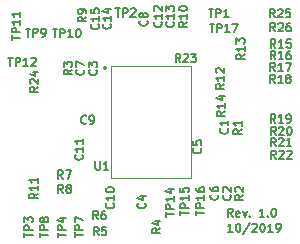
<source format=gbr>
G04 #@! TF.GenerationSoftware,KiCad,Pcbnew,5.0.2+dfsg1-1~bpo9+1*
G04 #@! TF.CreationDate,2019-10-23T11:11:52+02:00*
G04 #@! TF.ProjectId,zglue-dragon-adapter,7a676c75-652d-4647-9261-676f6e2d6164,rev?*
G04 #@! TF.SameCoordinates,Original*
G04 #@! TF.FileFunction,Legend,Top*
G04 #@! TF.FilePolarity,Positive*
%FSLAX46Y46*%
G04 Gerber Fmt 4.6, Leading zero omitted, Abs format (unit mm)*
G04 Created by KiCad (PCBNEW 5.0.2+dfsg1-1~bpo9+1) date Wed 23 Oct 2019 11:11:52 AM CEST*
%MOMM*%
%LPD*%
G01*
G04 APERTURE LIST*
%ADD10C,0.150000*%
%ADD11C,0.200000*%
%ADD12C,0.100000*%
G04 APERTURE END LIST*
D10*
X19406666Y-19286666D02*
X19006666Y-19286666D01*
X19206666Y-19286666D02*
X19206666Y-18586666D01*
X19140000Y-18686666D01*
X19073333Y-18753333D01*
X19006666Y-18786666D01*
X19840000Y-18586666D02*
X19906666Y-18586666D01*
X19973333Y-18620000D01*
X20006666Y-18653333D01*
X20040000Y-18720000D01*
X20073333Y-18853333D01*
X20073333Y-19020000D01*
X20040000Y-19153333D01*
X20006666Y-19220000D01*
X19973333Y-19253333D01*
X19906666Y-19286666D01*
X19840000Y-19286666D01*
X19773333Y-19253333D01*
X19740000Y-19220000D01*
X19706666Y-19153333D01*
X19673333Y-19020000D01*
X19673333Y-18853333D01*
X19706666Y-18720000D01*
X19740000Y-18653333D01*
X19773333Y-18620000D01*
X19840000Y-18586666D01*
X20873333Y-18553333D02*
X20273333Y-19453333D01*
X21073333Y-18653333D02*
X21106666Y-18620000D01*
X21173333Y-18586666D01*
X21340000Y-18586666D01*
X21406666Y-18620000D01*
X21440000Y-18653333D01*
X21473333Y-18720000D01*
X21473333Y-18786666D01*
X21440000Y-18886666D01*
X21040000Y-19286666D01*
X21473333Y-19286666D01*
X21906666Y-18586666D02*
X21973333Y-18586666D01*
X22040000Y-18620000D01*
X22073333Y-18653333D01*
X22106666Y-18720000D01*
X22140000Y-18853333D01*
X22140000Y-19020000D01*
X22106666Y-19153333D01*
X22073333Y-19220000D01*
X22040000Y-19253333D01*
X21973333Y-19286666D01*
X21906666Y-19286666D01*
X21840000Y-19253333D01*
X21806666Y-19220000D01*
X21773333Y-19153333D01*
X21740000Y-19020000D01*
X21740000Y-18853333D01*
X21773333Y-18720000D01*
X21806666Y-18653333D01*
X21840000Y-18620000D01*
X21906666Y-18586666D01*
X22806666Y-19286666D02*
X22406666Y-19286666D01*
X22606666Y-19286666D02*
X22606666Y-18586666D01*
X22540000Y-18686666D01*
X22473333Y-18753333D01*
X22406666Y-18786666D01*
X23140000Y-19286666D02*
X23273333Y-19286666D01*
X23340000Y-19253333D01*
X23373333Y-19220000D01*
X23440000Y-19120000D01*
X23473333Y-18986666D01*
X23473333Y-18720000D01*
X23440000Y-18653333D01*
X23406666Y-18620000D01*
X23340000Y-18586666D01*
X23206666Y-18586666D01*
X23140000Y-18620000D01*
X23106666Y-18653333D01*
X23073333Y-18720000D01*
X23073333Y-18886666D01*
X23106666Y-18953333D01*
X23140000Y-18986666D01*
X23206666Y-19020000D01*
X23340000Y-19020000D01*
X23406666Y-18986666D01*
X23440000Y-18953333D01*
X23473333Y-18886666D01*
X19423333Y-18006666D02*
X19190000Y-17673333D01*
X19023333Y-18006666D02*
X19023333Y-17306666D01*
X19290000Y-17306666D01*
X19356666Y-17340000D01*
X19390000Y-17373333D01*
X19423333Y-17440000D01*
X19423333Y-17540000D01*
X19390000Y-17606666D01*
X19356666Y-17640000D01*
X19290000Y-17673333D01*
X19023333Y-17673333D01*
X19990000Y-17973333D02*
X19923333Y-18006666D01*
X19790000Y-18006666D01*
X19723333Y-17973333D01*
X19690000Y-17906666D01*
X19690000Y-17640000D01*
X19723333Y-17573333D01*
X19790000Y-17540000D01*
X19923333Y-17540000D01*
X19990000Y-17573333D01*
X20023333Y-17640000D01*
X20023333Y-17706666D01*
X19690000Y-17773333D01*
X20256666Y-17540000D02*
X20423333Y-18006666D01*
X20590000Y-17540000D01*
X20856666Y-17940000D02*
X20890000Y-17973333D01*
X20856666Y-18006666D01*
X20823333Y-17973333D01*
X20856666Y-17940000D01*
X20856666Y-18006666D01*
X22090000Y-18006666D02*
X21690000Y-18006666D01*
X21890000Y-18006666D02*
X21890000Y-17306666D01*
X21823333Y-17406666D01*
X21756666Y-17473333D01*
X21690000Y-17506666D01*
X22390000Y-17940000D02*
X22423333Y-17973333D01*
X22390000Y-18006666D01*
X22356666Y-17973333D01*
X22390000Y-17940000D01*
X22390000Y-18006666D01*
X22856666Y-17306666D02*
X22923333Y-17306666D01*
X22990000Y-17340000D01*
X23023333Y-17373333D01*
X23056666Y-17440000D01*
X23090000Y-17573333D01*
X23090000Y-17740000D01*
X23056666Y-17873333D01*
X23023333Y-17940000D01*
X22990000Y-17973333D01*
X22923333Y-18006666D01*
X22856666Y-18006666D01*
X22790000Y-17973333D01*
X22756666Y-17940000D01*
X22723333Y-17873333D01*
X22690000Y-17740000D01*
X22690000Y-17573333D01*
X22723333Y-17440000D01*
X22756666Y-17373333D01*
X22790000Y-17340000D01*
X22856666Y-17306666D01*
D11*
X8750000Y-5400000D02*
G75*
G03X8750000Y-5400000I-150000J0D01*
G01*
D12*
G04 #@! TO.C,U1*
X15900000Y-14750000D02*
X15900000Y-5250000D01*
X9100000Y-14750000D02*
X9100000Y-5250000D01*
X15900000Y-14750000D02*
X9100000Y-14750000D01*
X15900000Y-5250000D02*
X9100000Y-5250000D01*
G04 #@! TO.C,R25*
D10*
X22970000Y-1126666D02*
X22736666Y-793333D01*
X22570000Y-1126666D02*
X22570000Y-426666D01*
X22836666Y-426666D01*
X22903333Y-460000D01*
X22936666Y-493333D01*
X22970000Y-560000D01*
X22970000Y-660000D01*
X22936666Y-726666D01*
X22903333Y-760000D01*
X22836666Y-793333D01*
X22570000Y-793333D01*
X23236666Y-493333D02*
X23270000Y-460000D01*
X23336666Y-426666D01*
X23503333Y-426666D01*
X23570000Y-460000D01*
X23603333Y-493333D01*
X23636666Y-560000D01*
X23636666Y-626666D01*
X23603333Y-726666D01*
X23203333Y-1126666D01*
X23636666Y-1126666D01*
X24270000Y-426666D02*
X23936666Y-426666D01*
X23903333Y-760000D01*
X23936666Y-726666D01*
X24003333Y-693333D01*
X24170000Y-693333D01*
X24236666Y-726666D01*
X24270000Y-760000D01*
X24303333Y-826666D01*
X24303333Y-993333D01*
X24270000Y-1060000D01*
X24236666Y-1093333D01*
X24170000Y-1126666D01*
X24003333Y-1126666D01*
X23936666Y-1093333D01*
X23903333Y-1060000D01*
G04 #@! TO.C,R26*
X23010000Y-2306666D02*
X22776666Y-1973333D01*
X22610000Y-2306666D02*
X22610000Y-1606666D01*
X22876666Y-1606666D01*
X22943333Y-1640000D01*
X22976666Y-1673333D01*
X23010000Y-1740000D01*
X23010000Y-1840000D01*
X22976666Y-1906666D01*
X22943333Y-1940000D01*
X22876666Y-1973333D01*
X22610000Y-1973333D01*
X23276666Y-1673333D02*
X23310000Y-1640000D01*
X23376666Y-1606666D01*
X23543333Y-1606666D01*
X23610000Y-1640000D01*
X23643333Y-1673333D01*
X23676666Y-1740000D01*
X23676666Y-1806666D01*
X23643333Y-1906666D01*
X23243333Y-2306666D01*
X23676666Y-2306666D01*
X24276666Y-1606666D02*
X24143333Y-1606666D01*
X24076666Y-1640000D01*
X24043333Y-1673333D01*
X23976666Y-1773333D01*
X23943333Y-1906666D01*
X23943333Y-2173333D01*
X23976666Y-2240000D01*
X24010000Y-2273333D01*
X24076666Y-2306666D01*
X24210000Y-2306666D01*
X24276666Y-2273333D01*
X24310000Y-2240000D01*
X24343333Y-2173333D01*
X24343333Y-2006666D01*
X24310000Y-1940000D01*
X24276666Y-1906666D01*
X24210000Y-1873333D01*
X24076666Y-1873333D01*
X24010000Y-1906666D01*
X23976666Y-1940000D01*
X23943333Y-2006666D01*
G04 #@! TO.C,C10*
X9310000Y-16860000D02*
X9343333Y-16893333D01*
X9376666Y-16993333D01*
X9376666Y-17060000D01*
X9343333Y-17160000D01*
X9276666Y-17226666D01*
X9210000Y-17260000D01*
X9076666Y-17293333D01*
X8976666Y-17293333D01*
X8843333Y-17260000D01*
X8776666Y-17226666D01*
X8710000Y-17160000D01*
X8676666Y-17060000D01*
X8676666Y-16993333D01*
X8710000Y-16893333D01*
X8743333Y-16860000D01*
X9376666Y-16193333D02*
X9376666Y-16593333D01*
X9376666Y-16393333D02*
X8676666Y-16393333D01*
X8776666Y-16460000D01*
X8843333Y-16526666D01*
X8876666Y-16593333D01*
X8676666Y-15760000D02*
X8676666Y-15693333D01*
X8710000Y-15626666D01*
X8743333Y-15593333D01*
X8810000Y-15560000D01*
X8943333Y-15526666D01*
X9110000Y-15526666D01*
X9243333Y-15560000D01*
X9310000Y-15593333D01*
X9343333Y-15626666D01*
X9376666Y-15693333D01*
X9376666Y-15760000D01*
X9343333Y-15826666D01*
X9310000Y-15860000D01*
X9243333Y-15893333D01*
X9110000Y-15926666D01*
X8943333Y-15926666D01*
X8810000Y-15893333D01*
X8743333Y-15860000D01*
X8710000Y-15826666D01*
X8676666Y-15760000D01*
G04 #@! TO.C,TP16*
X16316666Y-17876666D02*
X16316666Y-17476666D01*
X17016666Y-17676666D02*
X16316666Y-17676666D01*
X17016666Y-17243333D02*
X16316666Y-17243333D01*
X16316666Y-16976666D01*
X16350000Y-16910000D01*
X16383333Y-16876666D01*
X16450000Y-16843333D01*
X16550000Y-16843333D01*
X16616666Y-16876666D01*
X16650000Y-16910000D01*
X16683333Y-16976666D01*
X16683333Y-17243333D01*
X17016666Y-16176666D02*
X17016666Y-16576666D01*
X17016666Y-16376666D02*
X16316666Y-16376666D01*
X16416666Y-16443333D01*
X16483333Y-16510000D01*
X16516666Y-16576666D01*
X16316666Y-15576666D02*
X16316666Y-15710000D01*
X16350000Y-15776666D01*
X16383333Y-15810000D01*
X16483333Y-15876666D01*
X16616666Y-15910000D01*
X16883333Y-15910000D01*
X16950000Y-15876666D01*
X16983333Y-15843333D01*
X17016666Y-15776666D01*
X17016666Y-15643333D01*
X16983333Y-15576666D01*
X16950000Y-15543333D01*
X16883333Y-15510000D01*
X16716666Y-15510000D01*
X16650000Y-15543333D01*
X16616666Y-15576666D01*
X16583333Y-15643333D01*
X16583333Y-15776666D01*
X16616666Y-15843333D01*
X16650000Y-15876666D01*
X16716666Y-15910000D01*
G04 #@! TO.C,TP14*
X13726666Y-17987466D02*
X13726666Y-17587466D01*
X14426666Y-17787466D02*
X13726666Y-17787466D01*
X14426666Y-17354133D02*
X13726666Y-17354133D01*
X13726666Y-17087466D01*
X13760000Y-17020800D01*
X13793333Y-16987466D01*
X13860000Y-16954133D01*
X13960000Y-16954133D01*
X14026666Y-16987466D01*
X14060000Y-17020800D01*
X14093333Y-17087466D01*
X14093333Y-17354133D01*
X14426666Y-16287466D02*
X14426666Y-16687466D01*
X14426666Y-16487466D02*
X13726666Y-16487466D01*
X13826666Y-16554133D01*
X13893333Y-16620800D01*
X13926666Y-16687466D01*
X13960000Y-15687466D02*
X14426666Y-15687466D01*
X13693333Y-15854133D02*
X14193333Y-16020800D01*
X14193333Y-15587466D01*
G04 #@! TO.C,TP15*
X14976666Y-17896666D02*
X14976666Y-17496666D01*
X15676666Y-17696666D02*
X14976666Y-17696666D01*
X15676666Y-17263333D02*
X14976666Y-17263333D01*
X14976666Y-16996666D01*
X15010000Y-16930000D01*
X15043333Y-16896666D01*
X15110000Y-16863333D01*
X15210000Y-16863333D01*
X15276666Y-16896666D01*
X15310000Y-16930000D01*
X15343333Y-16996666D01*
X15343333Y-17263333D01*
X15676666Y-16196666D02*
X15676666Y-16596666D01*
X15676666Y-16396666D02*
X14976666Y-16396666D01*
X15076666Y-16463333D01*
X15143333Y-16530000D01*
X15176666Y-16596666D01*
X14976666Y-15563333D02*
X14976666Y-15896666D01*
X15310000Y-15930000D01*
X15276666Y-15896666D01*
X15243333Y-15830000D01*
X15243333Y-15663333D01*
X15276666Y-15596666D01*
X15310000Y-15563333D01*
X15376666Y-15530000D01*
X15543333Y-15530000D01*
X15610000Y-15563333D01*
X15643333Y-15596666D01*
X15676666Y-15663333D01*
X15676666Y-15830000D01*
X15643333Y-15896666D01*
X15610000Y-15930000D01*
G04 #@! TO.C,R15*
X23030000Y-3696666D02*
X22796666Y-3363333D01*
X22630000Y-3696666D02*
X22630000Y-2996666D01*
X22896666Y-2996666D01*
X22963333Y-3030000D01*
X22996666Y-3063333D01*
X23030000Y-3130000D01*
X23030000Y-3230000D01*
X22996666Y-3296666D01*
X22963333Y-3330000D01*
X22896666Y-3363333D01*
X22630000Y-3363333D01*
X23696666Y-3696666D02*
X23296666Y-3696666D01*
X23496666Y-3696666D02*
X23496666Y-2996666D01*
X23430000Y-3096666D01*
X23363333Y-3163333D01*
X23296666Y-3196666D01*
X24330000Y-2996666D02*
X23996666Y-2996666D01*
X23963333Y-3330000D01*
X23996666Y-3296666D01*
X24063333Y-3263333D01*
X24230000Y-3263333D01*
X24296666Y-3296666D01*
X24330000Y-3330000D01*
X24363333Y-3396666D01*
X24363333Y-3563333D01*
X24330000Y-3630000D01*
X24296666Y-3663333D01*
X24230000Y-3696666D01*
X24063333Y-3696666D01*
X23996666Y-3663333D01*
X23963333Y-3630000D01*
G04 #@! TO.C,R17*
X23010000Y-5666666D02*
X22776666Y-5333333D01*
X22610000Y-5666666D02*
X22610000Y-4966666D01*
X22876666Y-4966666D01*
X22943333Y-5000000D01*
X22976666Y-5033333D01*
X23010000Y-5100000D01*
X23010000Y-5200000D01*
X22976666Y-5266666D01*
X22943333Y-5300000D01*
X22876666Y-5333333D01*
X22610000Y-5333333D01*
X23676666Y-5666666D02*
X23276666Y-5666666D01*
X23476666Y-5666666D02*
X23476666Y-4966666D01*
X23410000Y-5066666D01*
X23343333Y-5133333D01*
X23276666Y-5166666D01*
X23910000Y-4966666D02*
X24376666Y-4966666D01*
X24076666Y-5666666D01*
G04 #@! TO.C,R16*
X23030000Y-4676666D02*
X22796666Y-4343333D01*
X22630000Y-4676666D02*
X22630000Y-3976666D01*
X22896666Y-3976666D01*
X22963333Y-4010000D01*
X22996666Y-4043333D01*
X23030000Y-4110000D01*
X23030000Y-4210000D01*
X22996666Y-4276666D01*
X22963333Y-4310000D01*
X22896666Y-4343333D01*
X22630000Y-4343333D01*
X23696666Y-4676666D02*
X23296666Y-4676666D01*
X23496666Y-4676666D02*
X23496666Y-3976666D01*
X23430000Y-4076666D01*
X23363333Y-4143333D01*
X23296666Y-4176666D01*
X24296666Y-3976666D02*
X24163333Y-3976666D01*
X24096666Y-4010000D01*
X24063333Y-4043333D01*
X23996666Y-4143333D01*
X23963333Y-4276666D01*
X23963333Y-4543333D01*
X23996666Y-4610000D01*
X24030000Y-4643333D01*
X24096666Y-4676666D01*
X24230000Y-4676666D01*
X24296666Y-4643333D01*
X24330000Y-4610000D01*
X24363333Y-4543333D01*
X24363333Y-4376666D01*
X24330000Y-4310000D01*
X24296666Y-4276666D01*
X24230000Y-4243333D01*
X24096666Y-4243333D01*
X24030000Y-4276666D01*
X23996666Y-4310000D01*
X23963333Y-4376666D01*
G04 #@! TO.C,R3*
X5811666Y-5541666D02*
X5478333Y-5775000D01*
X5811666Y-5941666D02*
X5111666Y-5941666D01*
X5111666Y-5675000D01*
X5145000Y-5608333D01*
X5178333Y-5575000D01*
X5245000Y-5541666D01*
X5345000Y-5541666D01*
X5411666Y-5575000D01*
X5445000Y-5608333D01*
X5478333Y-5675000D01*
X5478333Y-5941666D01*
X5111666Y-5308333D02*
X5111666Y-4875000D01*
X5378333Y-5108333D01*
X5378333Y-5008333D01*
X5411666Y-4941666D01*
X5445000Y-4908333D01*
X5511666Y-4875000D01*
X5678333Y-4875000D01*
X5745000Y-4908333D01*
X5778333Y-4941666D01*
X5811666Y-5008333D01*
X5811666Y-5208333D01*
X5778333Y-5275000D01*
X5745000Y-5308333D01*
G04 #@! TO.C,U1*
X7786666Y-13316666D02*
X7786666Y-13883333D01*
X7820000Y-13950000D01*
X7853333Y-13983333D01*
X7920000Y-14016666D01*
X8053333Y-14016666D01*
X8120000Y-13983333D01*
X8153333Y-13950000D01*
X8186666Y-13883333D01*
X8186666Y-13316666D01*
X8886666Y-14016666D02*
X8486666Y-14016666D01*
X8686666Y-14016666D02*
X8686666Y-13316666D01*
X8620000Y-13416666D01*
X8553333Y-13483333D01*
X8486666Y-13516666D01*
G04 #@! TO.C,R4*
X13296666Y-18986666D02*
X12963333Y-19220000D01*
X13296666Y-19386666D02*
X12596666Y-19386666D01*
X12596666Y-19120000D01*
X12630000Y-19053333D01*
X12663333Y-19020000D01*
X12730000Y-18986666D01*
X12830000Y-18986666D01*
X12896666Y-19020000D01*
X12930000Y-19053333D01*
X12963333Y-19120000D01*
X12963333Y-19386666D01*
X12830000Y-18386666D02*
X13296666Y-18386666D01*
X12563333Y-18553333D02*
X13063333Y-18720000D01*
X13063333Y-18286666D01*
G04 #@! TO.C,C8*
X12150000Y-1396666D02*
X12183333Y-1430000D01*
X12216666Y-1530000D01*
X12216666Y-1596666D01*
X12183333Y-1696666D01*
X12116666Y-1763333D01*
X12050000Y-1796666D01*
X11916666Y-1830000D01*
X11816666Y-1830000D01*
X11683333Y-1796666D01*
X11616666Y-1763333D01*
X11550000Y-1696666D01*
X11516666Y-1596666D01*
X11516666Y-1530000D01*
X11550000Y-1430000D01*
X11583333Y-1396666D01*
X11816666Y-996666D02*
X11783333Y-1063333D01*
X11750000Y-1096666D01*
X11683333Y-1130000D01*
X11650000Y-1130000D01*
X11583333Y-1096666D01*
X11550000Y-1063333D01*
X11516666Y-996666D01*
X11516666Y-863333D01*
X11550000Y-796666D01*
X11583333Y-763333D01*
X11650000Y-730000D01*
X11683333Y-730000D01*
X11750000Y-763333D01*
X11783333Y-796666D01*
X11816666Y-863333D01*
X11816666Y-996666D01*
X11850000Y-1063333D01*
X11883333Y-1096666D01*
X11950000Y-1130000D01*
X12083333Y-1130000D01*
X12150000Y-1096666D01*
X12183333Y-1063333D01*
X12216666Y-996666D01*
X12216666Y-863333D01*
X12183333Y-796666D01*
X12150000Y-763333D01*
X12083333Y-730000D01*
X11950000Y-730000D01*
X11883333Y-763333D01*
X11850000Y-796666D01*
X11816666Y-863333D01*
G04 #@! TO.C,C7*
X6785000Y-5551666D02*
X6818333Y-5585000D01*
X6851666Y-5685000D01*
X6851666Y-5751666D01*
X6818333Y-5851666D01*
X6751666Y-5918333D01*
X6685000Y-5951666D01*
X6551666Y-5985000D01*
X6451666Y-5985000D01*
X6318333Y-5951666D01*
X6251666Y-5918333D01*
X6185000Y-5851666D01*
X6151666Y-5751666D01*
X6151666Y-5685000D01*
X6185000Y-5585000D01*
X6218333Y-5551666D01*
X6151666Y-5318333D02*
X6151666Y-4851666D01*
X6851666Y-5151666D01*
G04 #@! TO.C,C6*
X18140000Y-16126666D02*
X18173333Y-16160000D01*
X18206666Y-16260000D01*
X18206666Y-16326666D01*
X18173333Y-16426666D01*
X18106666Y-16493333D01*
X18040000Y-16526666D01*
X17906666Y-16560000D01*
X17806666Y-16560000D01*
X17673333Y-16526666D01*
X17606666Y-16493333D01*
X17540000Y-16426666D01*
X17506666Y-16326666D01*
X17506666Y-16260000D01*
X17540000Y-16160000D01*
X17573333Y-16126666D01*
X17506666Y-15526666D02*
X17506666Y-15660000D01*
X17540000Y-15726666D01*
X17573333Y-15760000D01*
X17673333Y-15826666D01*
X17806666Y-15860000D01*
X18073333Y-15860000D01*
X18140000Y-15826666D01*
X18173333Y-15793333D01*
X18206666Y-15726666D01*
X18206666Y-15593333D01*
X18173333Y-15526666D01*
X18140000Y-15493333D01*
X18073333Y-15460000D01*
X17906666Y-15460000D01*
X17840000Y-15493333D01*
X17806666Y-15526666D01*
X17773333Y-15593333D01*
X17773333Y-15726666D01*
X17806666Y-15793333D01*
X17840000Y-15826666D01*
X17906666Y-15860000D01*
G04 #@! TO.C,C5*
X16690000Y-12206666D02*
X16723333Y-12240000D01*
X16756666Y-12340000D01*
X16756666Y-12406666D01*
X16723333Y-12506666D01*
X16656666Y-12573333D01*
X16590000Y-12606666D01*
X16456666Y-12640000D01*
X16356666Y-12640000D01*
X16223333Y-12606666D01*
X16156666Y-12573333D01*
X16090000Y-12506666D01*
X16056666Y-12406666D01*
X16056666Y-12340000D01*
X16090000Y-12240000D01*
X16123333Y-12206666D01*
X16056666Y-11573333D02*
X16056666Y-11906666D01*
X16390000Y-11940000D01*
X16356666Y-11906666D01*
X16323333Y-11840000D01*
X16323333Y-11673333D01*
X16356666Y-11606666D01*
X16390000Y-11573333D01*
X16456666Y-11540000D01*
X16623333Y-11540000D01*
X16690000Y-11573333D01*
X16723333Y-11606666D01*
X16756666Y-11673333D01*
X16756666Y-11840000D01*
X16723333Y-11906666D01*
X16690000Y-11940000D01*
G04 #@! TO.C,C4*
X11980000Y-16866666D02*
X12013333Y-16900000D01*
X12046666Y-17000000D01*
X12046666Y-17066666D01*
X12013333Y-17166666D01*
X11946666Y-17233333D01*
X11880000Y-17266666D01*
X11746666Y-17300000D01*
X11646666Y-17300000D01*
X11513333Y-17266666D01*
X11446666Y-17233333D01*
X11380000Y-17166666D01*
X11346666Y-17066666D01*
X11346666Y-17000000D01*
X11380000Y-16900000D01*
X11413333Y-16866666D01*
X11580000Y-16266666D02*
X12046666Y-16266666D01*
X11313333Y-16433333D02*
X11813333Y-16600000D01*
X11813333Y-16166666D01*
G04 #@! TO.C,C3*
X7875000Y-5561666D02*
X7908333Y-5595000D01*
X7941666Y-5695000D01*
X7941666Y-5761666D01*
X7908333Y-5861666D01*
X7841666Y-5928333D01*
X7775000Y-5961666D01*
X7641666Y-5995000D01*
X7541666Y-5995000D01*
X7408333Y-5961666D01*
X7341666Y-5928333D01*
X7275000Y-5861666D01*
X7241666Y-5761666D01*
X7241666Y-5695000D01*
X7275000Y-5595000D01*
X7308333Y-5561666D01*
X7241666Y-5328333D02*
X7241666Y-4895000D01*
X7508333Y-5128333D01*
X7508333Y-5028333D01*
X7541666Y-4961666D01*
X7575000Y-4928333D01*
X7641666Y-4895000D01*
X7808333Y-4895000D01*
X7875000Y-4928333D01*
X7908333Y-4961666D01*
X7941666Y-5028333D01*
X7941666Y-5228333D01*
X7908333Y-5295000D01*
X7875000Y-5328333D01*
G04 #@! TO.C,C2*
X19190000Y-16146666D02*
X19223333Y-16180000D01*
X19256666Y-16280000D01*
X19256666Y-16346666D01*
X19223333Y-16446666D01*
X19156666Y-16513333D01*
X19090000Y-16546666D01*
X18956666Y-16580000D01*
X18856666Y-16580000D01*
X18723333Y-16546666D01*
X18656666Y-16513333D01*
X18590000Y-16446666D01*
X18556666Y-16346666D01*
X18556666Y-16280000D01*
X18590000Y-16180000D01*
X18623333Y-16146666D01*
X18623333Y-15880000D02*
X18590000Y-15846666D01*
X18556666Y-15780000D01*
X18556666Y-15613333D01*
X18590000Y-15546666D01*
X18623333Y-15513333D01*
X18690000Y-15480000D01*
X18756666Y-15480000D01*
X18856666Y-15513333D01*
X19256666Y-15913333D01*
X19256666Y-15480000D01*
G04 #@! TO.C,C12*
X13350000Y-1500000D02*
X13383333Y-1533333D01*
X13416666Y-1633333D01*
X13416666Y-1700000D01*
X13383333Y-1800000D01*
X13316666Y-1866666D01*
X13250000Y-1900000D01*
X13116666Y-1933333D01*
X13016666Y-1933333D01*
X12883333Y-1900000D01*
X12816666Y-1866666D01*
X12750000Y-1800000D01*
X12716666Y-1700000D01*
X12716666Y-1633333D01*
X12750000Y-1533333D01*
X12783333Y-1500000D01*
X13416666Y-833333D02*
X13416666Y-1233333D01*
X13416666Y-1033333D02*
X12716666Y-1033333D01*
X12816666Y-1100000D01*
X12883333Y-1166666D01*
X12916666Y-1233333D01*
X12783333Y-566666D02*
X12750000Y-533333D01*
X12716666Y-466666D01*
X12716666Y-300000D01*
X12750000Y-233333D01*
X12783333Y-200000D01*
X12850000Y-166666D01*
X12916666Y-166666D01*
X13016666Y-200000D01*
X13416666Y-600000D01*
X13416666Y-166666D01*
G04 #@! TO.C,C13*
X14380000Y-1500000D02*
X14413333Y-1533333D01*
X14446666Y-1633333D01*
X14446666Y-1700000D01*
X14413333Y-1800000D01*
X14346666Y-1866666D01*
X14280000Y-1900000D01*
X14146666Y-1933333D01*
X14046666Y-1933333D01*
X13913333Y-1900000D01*
X13846666Y-1866666D01*
X13780000Y-1800000D01*
X13746666Y-1700000D01*
X13746666Y-1633333D01*
X13780000Y-1533333D01*
X13813333Y-1500000D01*
X14446666Y-833333D02*
X14446666Y-1233333D01*
X14446666Y-1033333D02*
X13746666Y-1033333D01*
X13846666Y-1100000D01*
X13913333Y-1166666D01*
X13946666Y-1233333D01*
X13746666Y-600000D02*
X13746666Y-166666D01*
X14013333Y-400000D01*
X14013333Y-300000D01*
X14046666Y-233333D01*
X14080000Y-200000D01*
X14146666Y-166666D01*
X14313333Y-166666D01*
X14380000Y-200000D01*
X14413333Y-233333D01*
X14446666Y-300000D01*
X14446666Y-500000D01*
X14413333Y-566666D01*
X14380000Y-600000D01*
G04 #@! TO.C,C14*
X9040000Y-1664999D02*
X9073333Y-1698333D01*
X9106666Y-1798333D01*
X9106666Y-1864999D01*
X9073333Y-1964999D01*
X9006666Y-2031666D01*
X8940000Y-2064999D01*
X8806666Y-2098333D01*
X8706666Y-2098333D01*
X8573333Y-2064999D01*
X8506666Y-2031666D01*
X8440000Y-1964999D01*
X8406666Y-1864999D01*
X8406666Y-1798333D01*
X8440000Y-1698333D01*
X8473333Y-1664999D01*
X9106666Y-998333D02*
X9106666Y-1398333D01*
X9106666Y-1198333D02*
X8406666Y-1198333D01*
X8506666Y-1265000D01*
X8573333Y-1331666D01*
X8606666Y-1398333D01*
X8640000Y-398333D02*
X9106666Y-398333D01*
X8373333Y-565000D02*
X8873333Y-731666D01*
X8873333Y-298333D01*
G04 #@! TO.C,C1*
X18980000Y-10526666D02*
X19013333Y-10560000D01*
X19046666Y-10660000D01*
X19046666Y-10726666D01*
X19013333Y-10826666D01*
X18946666Y-10893333D01*
X18880000Y-10926666D01*
X18746666Y-10960000D01*
X18646666Y-10960000D01*
X18513333Y-10926666D01*
X18446666Y-10893333D01*
X18380000Y-10826666D01*
X18346666Y-10726666D01*
X18346666Y-10660000D01*
X18380000Y-10560000D01*
X18413333Y-10526666D01*
X19046666Y-9860000D02*
X19046666Y-10260000D01*
X19046666Y-10060000D02*
X18346666Y-10060000D01*
X18446666Y-10126666D01*
X18513333Y-10193333D01*
X18546666Y-10260000D01*
G04 #@! TO.C,R11*
X2906666Y-16040000D02*
X2573333Y-16273333D01*
X2906666Y-16440000D02*
X2206666Y-16440000D01*
X2206666Y-16173333D01*
X2240000Y-16106666D01*
X2273333Y-16073333D01*
X2340000Y-16040000D01*
X2440000Y-16040000D01*
X2506666Y-16073333D01*
X2540000Y-16106666D01*
X2573333Y-16173333D01*
X2573333Y-16440000D01*
X2906666Y-15373333D02*
X2906666Y-15773333D01*
X2906666Y-15573333D02*
X2206666Y-15573333D01*
X2306666Y-15640000D01*
X2373333Y-15706666D01*
X2406666Y-15773333D01*
X2906666Y-14706666D02*
X2906666Y-15106666D01*
X2906666Y-14906666D02*
X2206666Y-14906666D01*
X2306666Y-14973333D01*
X2373333Y-15040000D01*
X2406666Y-15106666D01*
G04 #@! TO.C,R24*
X2946666Y-7010000D02*
X2613333Y-7243333D01*
X2946666Y-7410000D02*
X2246666Y-7410000D01*
X2246666Y-7143333D01*
X2280000Y-7076666D01*
X2313333Y-7043333D01*
X2380000Y-7010000D01*
X2480000Y-7010000D01*
X2546666Y-7043333D01*
X2580000Y-7076666D01*
X2613333Y-7143333D01*
X2613333Y-7410000D01*
X2313333Y-6743333D02*
X2280000Y-6710000D01*
X2246666Y-6643333D01*
X2246666Y-6476666D01*
X2280000Y-6410000D01*
X2313333Y-6376666D01*
X2380000Y-6343333D01*
X2446666Y-6343333D01*
X2546666Y-6376666D01*
X2946666Y-6776666D01*
X2946666Y-6343333D01*
X2480000Y-5743333D02*
X2946666Y-5743333D01*
X2213333Y-5910000D02*
X2713333Y-6076666D01*
X2713333Y-5643333D01*
G04 #@! TO.C,R10*
X15566666Y-1500000D02*
X15233333Y-1733333D01*
X15566666Y-1900000D02*
X14866666Y-1900000D01*
X14866666Y-1633333D01*
X14900000Y-1566666D01*
X14933333Y-1533333D01*
X15000000Y-1500000D01*
X15100000Y-1500000D01*
X15166666Y-1533333D01*
X15200000Y-1566666D01*
X15233333Y-1633333D01*
X15233333Y-1900000D01*
X15566666Y-833333D02*
X15566666Y-1233333D01*
X15566666Y-1033333D02*
X14866666Y-1033333D01*
X14966666Y-1100000D01*
X15033333Y-1166666D01*
X15066666Y-1233333D01*
X14866666Y-400000D02*
X14866666Y-333333D01*
X14900000Y-266666D01*
X14933333Y-233333D01*
X15000000Y-200000D01*
X15133333Y-166666D01*
X15300000Y-166666D01*
X15433333Y-200000D01*
X15500000Y-233333D01*
X15533333Y-266666D01*
X15566666Y-333333D01*
X15566666Y-400000D01*
X15533333Y-466666D01*
X15500000Y-500000D01*
X15433333Y-533333D01*
X15300000Y-566666D01*
X15133333Y-566666D01*
X15000000Y-533333D01*
X14933333Y-500000D01*
X14900000Y-466666D01*
X14866666Y-400000D01*
G04 #@! TO.C,R9*
X6996666Y-1071666D02*
X6663333Y-1305000D01*
X6996666Y-1471666D02*
X6296666Y-1471666D01*
X6296666Y-1205000D01*
X6330000Y-1138333D01*
X6363333Y-1105000D01*
X6430000Y-1071666D01*
X6530000Y-1071666D01*
X6596666Y-1105000D01*
X6630000Y-1138333D01*
X6663333Y-1205000D01*
X6663333Y-1471666D01*
X6996666Y-738333D02*
X6996666Y-605000D01*
X6963333Y-538333D01*
X6930000Y-505000D01*
X6830000Y-438333D01*
X6696666Y-405000D01*
X6430000Y-405000D01*
X6363333Y-438333D01*
X6330000Y-471666D01*
X6296666Y-538333D01*
X6296666Y-671666D01*
X6330000Y-738333D01*
X6363333Y-771666D01*
X6430000Y-805000D01*
X6596666Y-805000D01*
X6663333Y-771666D01*
X6696666Y-738333D01*
X6730000Y-671666D01*
X6730000Y-538333D01*
X6696666Y-471666D01*
X6663333Y-438333D01*
X6596666Y-405000D01*
G04 #@! TO.C,R8*
X5053333Y-15996666D02*
X4820000Y-15663333D01*
X4653333Y-15996666D02*
X4653333Y-15296666D01*
X4920000Y-15296666D01*
X4986666Y-15330000D01*
X5020000Y-15363333D01*
X5053333Y-15430000D01*
X5053333Y-15530000D01*
X5020000Y-15596666D01*
X4986666Y-15630000D01*
X4920000Y-15663333D01*
X4653333Y-15663333D01*
X5453333Y-15596666D02*
X5386666Y-15563333D01*
X5353333Y-15530000D01*
X5320000Y-15463333D01*
X5320000Y-15430000D01*
X5353333Y-15363333D01*
X5386666Y-15330000D01*
X5453333Y-15296666D01*
X5586666Y-15296666D01*
X5653333Y-15330000D01*
X5686666Y-15363333D01*
X5720000Y-15430000D01*
X5720000Y-15463333D01*
X5686666Y-15530000D01*
X5653333Y-15563333D01*
X5586666Y-15596666D01*
X5453333Y-15596666D01*
X5386666Y-15630000D01*
X5353333Y-15663333D01*
X5320000Y-15730000D01*
X5320000Y-15863333D01*
X5353333Y-15930000D01*
X5386666Y-15963333D01*
X5453333Y-15996666D01*
X5586666Y-15996666D01*
X5653333Y-15963333D01*
X5686666Y-15930000D01*
X5720000Y-15863333D01*
X5720000Y-15730000D01*
X5686666Y-15663333D01*
X5653333Y-15630000D01*
X5586666Y-15596666D01*
G04 #@! TO.C,R7*
X5033333Y-14786666D02*
X4800000Y-14453333D01*
X4633333Y-14786666D02*
X4633333Y-14086666D01*
X4900000Y-14086666D01*
X4966666Y-14120000D01*
X5000000Y-14153333D01*
X5033333Y-14220000D01*
X5033333Y-14320000D01*
X5000000Y-14386666D01*
X4966666Y-14420000D01*
X4900000Y-14453333D01*
X4633333Y-14453333D01*
X5266666Y-14086666D02*
X5733333Y-14086666D01*
X5433333Y-14786666D01*
G04 #@! TO.C,R6*
X8008333Y-18221666D02*
X7775000Y-17888333D01*
X7608333Y-18221666D02*
X7608333Y-17521666D01*
X7875000Y-17521666D01*
X7941666Y-17555000D01*
X7975000Y-17588333D01*
X8008333Y-17655000D01*
X8008333Y-17755000D01*
X7975000Y-17821666D01*
X7941666Y-17855000D01*
X7875000Y-17888333D01*
X7608333Y-17888333D01*
X8608333Y-17521666D02*
X8475000Y-17521666D01*
X8408333Y-17555000D01*
X8375000Y-17588333D01*
X8308333Y-17688333D01*
X8275000Y-17821666D01*
X8275000Y-18088333D01*
X8308333Y-18155000D01*
X8341666Y-18188333D01*
X8408333Y-18221666D01*
X8541666Y-18221666D01*
X8608333Y-18188333D01*
X8641666Y-18155000D01*
X8675000Y-18088333D01*
X8675000Y-17921666D01*
X8641666Y-17855000D01*
X8608333Y-17821666D01*
X8541666Y-17788333D01*
X8408333Y-17788333D01*
X8341666Y-17821666D01*
X8308333Y-17855000D01*
X8275000Y-17921666D01*
G04 #@! TO.C,R5*
X8058333Y-19571666D02*
X7825000Y-19238333D01*
X7658333Y-19571666D02*
X7658333Y-18871666D01*
X7925000Y-18871666D01*
X7991666Y-18905000D01*
X8025000Y-18938333D01*
X8058333Y-19005000D01*
X8058333Y-19105000D01*
X8025000Y-19171666D01*
X7991666Y-19205000D01*
X7925000Y-19238333D01*
X7658333Y-19238333D01*
X8691666Y-18871666D02*
X8358333Y-18871666D01*
X8325000Y-19205000D01*
X8358333Y-19171666D01*
X8425000Y-19138333D01*
X8591666Y-19138333D01*
X8658333Y-19171666D01*
X8691666Y-19205000D01*
X8725000Y-19271666D01*
X8725000Y-19438333D01*
X8691666Y-19505000D01*
X8658333Y-19538333D01*
X8591666Y-19571666D01*
X8425000Y-19571666D01*
X8358333Y-19538333D01*
X8325000Y-19505000D01*
G04 #@! TO.C,R2*
X20306666Y-16146666D02*
X19973333Y-16380000D01*
X20306666Y-16546666D02*
X19606666Y-16546666D01*
X19606666Y-16280000D01*
X19640000Y-16213333D01*
X19673333Y-16180000D01*
X19740000Y-16146666D01*
X19840000Y-16146666D01*
X19906666Y-16180000D01*
X19940000Y-16213333D01*
X19973333Y-16280000D01*
X19973333Y-16546666D01*
X19673333Y-15880000D02*
X19640000Y-15846666D01*
X19606666Y-15780000D01*
X19606666Y-15613333D01*
X19640000Y-15546666D01*
X19673333Y-15513333D01*
X19740000Y-15480000D01*
X19806666Y-15480000D01*
X19906666Y-15513333D01*
X20306666Y-15913333D01*
X20306666Y-15480000D01*
G04 #@! TO.C,R1*
X20166666Y-10556666D02*
X19833333Y-10790000D01*
X20166666Y-10956666D02*
X19466666Y-10956666D01*
X19466666Y-10690000D01*
X19500000Y-10623333D01*
X19533333Y-10590000D01*
X19600000Y-10556666D01*
X19700000Y-10556666D01*
X19766666Y-10590000D01*
X19800000Y-10623333D01*
X19833333Y-10690000D01*
X19833333Y-10956666D01*
X20166666Y-9890000D02*
X20166666Y-10290000D01*
X20166666Y-10090000D02*
X19466666Y-10090000D01*
X19566666Y-10156666D01*
X19633333Y-10223333D01*
X19666666Y-10290000D01*
G04 #@! TO.C,R13*
X20421666Y-4240000D02*
X20088333Y-4473333D01*
X20421666Y-4640000D02*
X19721666Y-4640000D01*
X19721666Y-4373333D01*
X19755000Y-4306666D01*
X19788333Y-4273333D01*
X19855000Y-4240000D01*
X19955000Y-4240000D01*
X20021666Y-4273333D01*
X20055000Y-4306666D01*
X20088333Y-4373333D01*
X20088333Y-4640000D01*
X20421666Y-3573333D02*
X20421666Y-3973333D01*
X20421666Y-3773333D02*
X19721666Y-3773333D01*
X19821666Y-3840000D01*
X19888333Y-3906666D01*
X19921666Y-3973333D01*
X19721666Y-3340000D02*
X19721666Y-2906666D01*
X19988333Y-3140000D01*
X19988333Y-3040000D01*
X20021666Y-2973333D01*
X20055000Y-2940000D01*
X20121666Y-2906666D01*
X20288333Y-2906666D01*
X20355000Y-2940000D01*
X20388333Y-2973333D01*
X20421666Y-3040000D01*
X20421666Y-3240000D01*
X20388333Y-3306666D01*
X20355000Y-3340000D01*
G04 #@! TO.C,TP4*
X4586666Y-19743333D02*
X4586666Y-19343333D01*
X5286666Y-19543333D02*
X4586666Y-19543333D01*
X5286666Y-19110000D02*
X4586666Y-19110000D01*
X4586666Y-18843333D01*
X4620000Y-18776666D01*
X4653333Y-18743333D01*
X4720000Y-18710000D01*
X4820000Y-18710000D01*
X4886666Y-18743333D01*
X4920000Y-18776666D01*
X4953333Y-18843333D01*
X4953333Y-19110000D01*
X4820000Y-18110000D02*
X5286666Y-18110000D01*
X4553333Y-18276666D02*
X5053333Y-18443333D01*
X5053333Y-18010000D01*
G04 #@! TO.C,TP9*
X1886666Y-2066666D02*
X2286666Y-2066666D01*
X2086666Y-2766666D02*
X2086666Y-2066666D01*
X2520000Y-2766666D02*
X2520000Y-2066666D01*
X2786666Y-2066666D01*
X2853333Y-2100000D01*
X2886666Y-2133333D01*
X2920000Y-2200000D01*
X2920000Y-2300000D01*
X2886666Y-2366666D01*
X2853333Y-2400000D01*
X2786666Y-2433333D01*
X2520000Y-2433333D01*
X3253333Y-2766666D02*
X3386666Y-2766666D01*
X3453333Y-2733333D01*
X3486666Y-2700000D01*
X3553333Y-2600000D01*
X3586666Y-2466666D01*
X3586666Y-2200000D01*
X3553333Y-2133333D01*
X3519999Y-2100000D01*
X3453333Y-2066666D01*
X3319999Y-2066666D01*
X3253333Y-2100000D01*
X3220000Y-2133333D01*
X3186666Y-2200000D01*
X3186666Y-2366666D01*
X3220000Y-2433333D01*
X3253333Y-2466666D01*
X3319999Y-2500000D01*
X3453333Y-2500000D01*
X3519999Y-2466666D01*
X3553333Y-2433333D01*
X3586666Y-2366666D01*
G04 #@! TO.C,TP7*
X6066666Y-19723333D02*
X6066666Y-19323333D01*
X6766666Y-19523333D02*
X6066666Y-19523333D01*
X6766666Y-19090000D02*
X6066666Y-19090000D01*
X6066666Y-18823333D01*
X6100000Y-18756666D01*
X6133333Y-18723333D01*
X6200000Y-18690000D01*
X6300000Y-18690000D01*
X6366666Y-18723333D01*
X6400000Y-18756666D01*
X6433333Y-18823333D01*
X6433333Y-19090000D01*
X6066666Y-18456666D02*
X6066666Y-17990000D01*
X6766666Y-18290000D01*
G04 #@! TO.C,TP3*
X1786666Y-19743333D02*
X1786666Y-19343333D01*
X2486666Y-19543333D02*
X1786666Y-19543333D01*
X2486666Y-19110000D02*
X1786666Y-19110000D01*
X1786666Y-18843333D01*
X1820000Y-18776666D01*
X1853333Y-18743333D01*
X1920000Y-18710000D01*
X2020000Y-18710000D01*
X2086666Y-18743333D01*
X2120000Y-18776666D01*
X2153333Y-18843333D01*
X2153333Y-19110000D01*
X1786666Y-18476666D02*
X1786666Y-18043333D01*
X2053333Y-18276666D01*
X2053333Y-18176666D01*
X2086666Y-18110000D01*
X2120000Y-18076666D01*
X2186666Y-18043333D01*
X2353333Y-18043333D01*
X2420000Y-18076666D01*
X2453333Y-18110000D01*
X2486666Y-18176666D01*
X2486666Y-18376666D01*
X2453333Y-18443333D01*
X2420000Y-18476666D01*
G04 #@! TO.C,TP1*
X17376666Y-416666D02*
X17776666Y-416666D01*
X17576666Y-1116666D02*
X17576666Y-416666D01*
X18010000Y-1116666D02*
X18010000Y-416666D01*
X18276666Y-416666D01*
X18343333Y-450000D01*
X18376666Y-483333D01*
X18410000Y-550000D01*
X18410000Y-650000D01*
X18376666Y-716666D01*
X18343333Y-750000D01*
X18276666Y-783333D01*
X18010000Y-783333D01*
X19076666Y-1116666D02*
X18676666Y-1116666D01*
X18876666Y-1116666D02*
X18876666Y-416666D01*
X18810000Y-516666D01*
X18743333Y-583333D01*
X18676666Y-616666D01*
G04 #@! TO.C,TP2*
X9486666Y-356666D02*
X9886666Y-356666D01*
X9686666Y-1056666D02*
X9686666Y-356666D01*
X10120000Y-1056666D02*
X10120000Y-356666D01*
X10386666Y-356666D01*
X10453333Y-390000D01*
X10486666Y-423333D01*
X10520000Y-490000D01*
X10520000Y-590000D01*
X10486666Y-656666D01*
X10453333Y-690000D01*
X10386666Y-723333D01*
X10120000Y-723333D01*
X10786666Y-423333D02*
X10820000Y-390000D01*
X10886666Y-356666D01*
X11053333Y-356666D01*
X11120000Y-390000D01*
X11153333Y-423333D01*
X11186666Y-490000D01*
X11186666Y-556666D01*
X11153333Y-656666D01*
X10753333Y-1056666D01*
X11186666Y-1056666D01*
G04 #@! TO.C,TP8*
X3106666Y-19743333D02*
X3106666Y-19343333D01*
X3806666Y-19543333D02*
X3106666Y-19543333D01*
X3806666Y-19110000D02*
X3106666Y-19110000D01*
X3106666Y-18843333D01*
X3140000Y-18776666D01*
X3173333Y-18743333D01*
X3240000Y-18710000D01*
X3340000Y-18710000D01*
X3406666Y-18743333D01*
X3440000Y-18776666D01*
X3473333Y-18843333D01*
X3473333Y-19110000D01*
X3406666Y-18310000D02*
X3373333Y-18376666D01*
X3340000Y-18410000D01*
X3273333Y-18443333D01*
X3240000Y-18443333D01*
X3173333Y-18410000D01*
X3140000Y-18376666D01*
X3106666Y-18310000D01*
X3106666Y-18176666D01*
X3140000Y-18110000D01*
X3173333Y-18076666D01*
X3240000Y-18043333D01*
X3273333Y-18043333D01*
X3340000Y-18076666D01*
X3373333Y-18110000D01*
X3406666Y-18176666D01*
X3406666Y-18310000D01*
X3440000Y-18376666D01*
X3473333Y-18410000D01*
X3540000Y-18443333D01*
X3673333Y-18443333D01*
X3740000Y-18410000D01*
X3773333Y-18376666D01*
X3806666Y-18310000D01*
X3806666Y-18176666D01*
X3773333Y-18110000D01*
X3740000Y-18076666D01*
X3673333Y-18043333D01*
X3540000Y-18043333D01*
X3473333Y-18076666D01*
X3440000Y-18110000D01*
X3406666Y-18176666D01*
G04 #@! TO.C,TP11*
X716666Y-3036666D02*
X716666Y-2636666D01*
X1416666Y-2836666D02*
X716666Y-2836666D01*
X1416666Y-2403333D02*
X716666Y-2403333D01*
X716666Y-2136666D01*
X750000Y-2070000D01*
X783333Y-2036666D01*
X850000Y-2003333D01*
X950000Y-2003333D01*
X1016666Y-2036666D01*
X1050000Y-2070000D01*
X1083333Y-2136666D01*
X1083333Y-2403333D01*
X1416666Y-1336666D02*
X1416666Y-1736666D01*
X1416666Y-1536666D02*
X716666Y-1536666D01*
X816666Y-1603333D01*
X883333Y-1670000D01*
X916666Y-1736666D01*
X1416666Y-670000D02*
X1416666Y-1070000D01*
X1416666Y-870000D02*
X716666Y-870000D01*
X816666Y-936666D01*
X883333Y-1003333D01*
X916666Y-1070000D01*
G04 #@! TO.C,TP12*
X393333Y-4536666D02*
X793333Y-4536666D01*
X593333Y-5236666D02*
X593333Y-4536666D01*
X1026666Y-5236666D02*
X1026666Y-4536666D01*
X1293333Y-4536666D01*
X1359999Y-4570000D01*
X1393333Y-4603333D01*
X1426666Y-4670000D01*
X1426666Y-4770000D01*
X1393333Y-4836666D01*
X1359999Y-4870000D01*
X1293333Y-4903333D01*
X1026666Y-4903333D01*
X2093333Y-5236666D02*
X1693333Y-5236666D01*
X1893333Y-5236666D02*
X1893333Y-4536666D01*
X1826666Y-4636666D01*
X1759999Y-4703333D01*
X1693333Y-4736666D01*
X2359999Y-4603333D02*
X2393333Y-4570000D01*
X2459999Y-4536666D01*
X2626666Y-4536666D01*
X2693333Y-4570000D01*
X2726666Y-4603333D01*
X2759999Y-4670000D01*
X2759999Y-4736666D01*
X2726666Y-4836666D01*
X2326666Y-5236666D01*
X2759999Y-5236666D01*
G04 #@! TO.C,TP10*
X4163333Y-2096666D02*
X4563333Y-2096666D01*
X4363333Y-2796666D02*
X4363333Y-2096666D01*
X4796666Y-2796666D02*
X4796666Y-2096666D01*
X5063333Y-2096666D01*
X5130000Y-2130000D01*
X5163333Y-2163333D01*
X5196666Y-2230000D01*
X5196666Y-2330000D01*
X5163333Y-2396666D01*
X5130000Y-2430000D01*
X5063333Y-2463333D01*
X4796666Y-2463333D01*
X5863333Y-2796666D02*
X5463333Y-2796666D01*
X5663333Y-2796666D02*
X5663333Y-2096666D01*
X5596666Y-2196666D01*
X5530000Y-2263333D01*
X5463333Y-2296666D01*
X6296666Y-2096666D02*
X6363333Y-2096666D01*
X6430000Y-2130000D01*
X6463333Y-2163333D01*
X6496666Y-2230000D01*
X6530000Y-2363333D01*
X6530000Y-2530000D01*
X6496666Y-2663333D01*
X6463333Y-2730000D01*
X6430000Y-2763333D01*
X6363333Y-2796666D01*
X6296666Y-2796666D01*
X6230000Y-2763333D01*
X6196666Y-2730000D01*
X6163333Y-2663333D01*
X6129999Y-2530000D01*
X6129999Y-2363333D01*
X6163333Y-2230000D01*
X6196666Y-2163333D01*
X6230000Y-2130000D01*
X6296666Y-2096666D01*
G04 #@! TO.C,C15*
X8030000Y-1694999D02*
X8063333Y-1728333D01*
X8096666Y-1828333D01*
X8096666Y-1894999D01*
X8063333Y-1994999D01*
X7996666Y-2061666D01*
X7930000Y-2094999D01*
X7796666Y-2128333D01*
X7696666Y-2128333D01*
X7563333Y-2094999D01*
X7496666Y-2061666D01*
X7430000Y-1994999D01*
X7396666Y-1894999D01*
X7396666Y-1828333D01*
X7430000Y-1728333D01*
X7463333Y-1694999D01*
X8096666Y-1028333D02*
X8096666Y-1428333D01*
X8096666Y-1228333D02*
X7396666Y-1228333D01*
X7496666Y-1294999D01*
X7563333Y-1361666D01*
X7596666Y-1428333D01*
X7396666Y-395000D02*
X7396666Y-728333D01*
X7730000Y-761666D01*
X7696666Y-728333D01*
X7663333Y-661666D01*
X7663333Y-495000D01*
X7696666Y-428333D01*
X7730000Y-395000D01*
X7796666Y-361666D01*
X7963333Y-361666D01*
X8030000Y-395000D01*
X8063333Y-428333D01*
X8096666Y-495000D01*
X8096666Y-661666D01*
X8063333Y-728333D01*
X8030000Y-761666D01*
G04 #@! TO.C,C9*
X7008333Y-10065000D02*
X6975000Y-10098333D01*
X6875000Y-10131666D01*
X6808333Y-10131666D01*
X6708333Y-10098333D01*
X6641666Y-10031666D01*
X6608333Y-9965000D01*
X6575000Y-9831666D01*
X6575000Y-9731666D01*
X6608333Y-9598333D01*
X6641666Y-9531666D01*
X6708333Y-9465000D01*
X6808333Y-9431666D01*
X6875000Y-9431666D01*
X6975000Y-9465000D01*
X7008333Y-9498333D01*
X7341666Y-10131666D02*
X7475000Y-10131666D01*
X7541666Y-10098333D01*
X7575000Y-10065000D01*
X7641666Y-9965000D01*
X7675000Y-9831666D01*
X7675000Y-9565000D01*
X7641666Y-9498333D01*
X7608333Y-9465000D01*
X7541666Y-9431666D01*
X7408333Y-9431666D01*
X7341666Y-9465000D01*
X7308333Y-9498333D01*
X7275000Y-9565000D01*
X7275000Y-9731666D01*
X7308333Y-9798333D01*
X7341666Y-9831666D01*
X7408333Y-9865000D01*
X7541666Y-9865000D01*
X7608333Y-9831666D01*
X7641666Y-9798333D01*
X7675000Y-9731666D01*
G04 #@! TO.C,C11*
X6675000Y-12755000D02*
X6708333Y-12788333D01*
X6741666Y-12888333D01*
X6741666Y-12955000D01*
X6708333Y-13055000D01*
X6641666Y-13121666D01*
X6575000Y-13155000D01*
X6441666Y-13188333D01*
X6341666Y-13188333D01*
X6208333Y-13155000D01*
X6141666Y-13121666D01*
X6075000Y-13055000D01*
X6041666Y-12955000D01*
X6041666Y-12888333D01*
X6075000Y-12788333D01*
X6108333Y-12755000D01*
X6741666Y-12088333D02*
X6741666Y-12488333D01*
X6741666Y-12288333D02*
X6041666Y-12288333D01*
X6141666Y-12354999D01*
X6208333Y-12421666D01*
X6241666Y-12488333D01*
X6741666Y-11421666D02*
X6741666Y-11821666D01*
X6741666Y-11621666D02*
X6041666Y-11621666D01*
X6141666Y-11688333D01*
X6208333Y-11755000D01*
X6241666Y-11821666D01*
G04 #@! TO.C,R23*
X14990000Y-4896666D02*
X14756666Y-4563333D01*
X14590000Y-4896666D02*
X14590000Y-4196666D01*
X14856666Y-4196666D01*
X14923333Y-4230000D01*
X14956666Y-4263333D01*
X14990000Y-4330000D01*
X14990000Y-4430000D01*
X14956666Y-4496666D01*
X14923333Y-4530000D01*
X14856666Y-4563333D01*
X14590000Y-4563333D01*
X15256666Y-4263333D02*
X15290000Y-4230000D01*
X15356666Y-4196666D01*
X15523333Y-4196666D01*
X15590000Y-4230000D01*
X15623333Y-4263333D01*
X15656666Y-4330000D01*
X15656666Y-4396666D01*
X15623333Y-4496666D01*
X15223333Y-4896666D01*
X15656666Y-4896666D01*
X15890000Y-4196666D02*
X16323333Y-4196666D01*
X16090000Y-4463333D01*
X16190000Y-4463333D01*
X16256666Y-4496666D01*
X16290000Y-4530000D01*
X16323333Y-4596666D01*
X16323333Y-4763333D01*
X16290000Y-4830000D01*
X16256666Y-4863333D01*
X16190000Y-4896666D01*
X15990000Y-4896666D01*
X15923333Y-4863333D01*
X15890000Y-4830000D01*
G04 #@! TO.C,R22*
X23080000Y-13096666D02*
X22846666Y-12763333D01*
X22680000Y-13096666D02*
X22680000Y-12396666D01*
X22946666Y-12396666D01*
X23013333Y-12430000D01*
X23046666Y-12463333D01*
X23080000Y-12530000D01*
X23080000Y-12630000D01*
X23046666Y-12696666D01*
X23013333Y-12730000D01*
X22946666Y-12763333D01*
X22680000Y-12763333D01*
X23346666Y-12463333D02*
X23380000Y-12430000D01*
X23446666Y-12396666D01*
X23613333Y-12396666D01*
X23680000Y-12430000D01*
X23713333Y-12463333D01*
X23746666Y-12530000D01*
X23746666Y-12596666D01*
X23713333Y-12696666D01*
X23313333Y-13096666D01*
X23746666Y-13096666D01*
X24013333Y-12463333D02*
X24046666Y-12430000D01*
X24113333Y-12396666D01*
X24280000Y-12396666D01*
X24346666Y-12430000D01*
X24380000Y-12463333D01*
X24413333Y-12530000D01*
X24413333Y-12596666D01*
X24380000Y-12696666D01*
X23980000Y-13096666D01*
X24413333Y-13096666D01*
G04 #@! TO.C,R21*
X23060000Y-12026666D02*
X22826666Y-11693333D01*
X22660000Y-12026666D02*
X22660000Y-11326666D01*
X22926666Y-11326666D01*
X22993333Y-11360000D01*
X23026666Y-11393333D01*
X23060000Y-11460000D01*
X23060000Y-11560000D01*
X23026666Y-11626666D01*
X22993333Y-11660000D01*
X22926666Y-11693333D01*
X22660000Y-11693333D01*
X23326666Y-11393333D02*
X23360000Y-11360000D01*
X23426666Y-11326666D01*
X23593333Y-11326666D01*
X23660000Y-11360000D01*
X23693333Y-11393333D01*
X23726666Y-11460000D01*
X23726666Y-11526666D01*
X23693333Y-11626666D01*
X23293333Y-12026666D01*
X23726666Y-12026666D01*
X24393333Y-12026666D02*
X23993333Y-12026666D01*
X24193333Y-12026666D02*
X24193333Y-11326666D01*
X24126666Y-11426666D01*
X24060000Y-11493333D01*
X23993333Y-11526666D01*
G04 #@! TO.C,R20*
X23075000Y-11086666D02*
X22841666Y-10753333D01*
X22675000Y-11086666D02*
X22675000Y-10386666D01*
X22941666Y-10386666D01*
X23008333Y-10420000D01*
X23041666Y-10453333D01*
X23075000Y-10520000D01*
X23075000Y-10620000D01*
X23041666Y-10686666D01*
X23008333Y-10720000D01*
X22941666Y-10753333D01*
X22675000Y-10753333D01*
X23341666Y-10453333D02*
X23375000Y-10420000D01*
X23441666Y-10386666D01*
X23608333Y-10386666D01*
X23675000Y-10420000D01*
X23708333Y-10453333D01*
X23741666Y-10520000D01*
X23741666Y-10586666D01*
X23708333Y-10686666D01*
X23308333Y-11086666D01*
X23741666Y-11086666D01*
X24175000Y-10386666D02*
X24241666Y-10386666D01*
X24308333Y-10420000D01*
X24341666Y-10453333D01*
X24375000Y-10520000D01*
X24408333Y-10653333D01*
X24408333Y-10820000D01*
X24375000Y-10953333D01*
X24341666Y-11020000D01*
X24308333Y-11053333D01*
X24241666Y-11086666D01*
X24175000Y-11086666D01*
X24108333Y-11053333D01*
X24075000Y-11020000D01*
X24041666Y-10953333D01*
X24008333Y-10820000D01*
X24008333Y-10653333D01*
X24041666Y-10520000D01*
X24075000Y-10453333D01*
X24108333Y-10420000D01*
X24175000Y-10386666D01*
G04 #@! TO.C,R19*
X23030000Y-10026666D02*
X22796666Y-9693333D01*
X22630000Y-10026666D02*
X22630000Y-9326666D01*
X22896666Y-9326666D01*
X22963333Y-9360000D01*
X22996666Y-9393333D01*
X23030000Y-9460000D01*
X23030000Y-9560000D01*
X22996666Y-9626666D01*
X22963333Y-9660000D01*
X22896666Y-9693333D01*
X22630000Y-9693333D01*
X23696666Y-10026666D02*
X23296666Y-10026666D01*
X23496666Y-10026666D02*
X23496666Y-9326666D01*
X23430000Y-9426666D01*
X23363333Y-9493333D01*
X23296666Y-9526666D01*
X24030000Y-10026666D02*
X24163333Y-10026666D01*
X24230000Y-9993333D01*
X24263333Y-9960000D01*
X24330000Y-9860000D01*
X24363333Y-9726666D01*
X24363333Y-9460000D01*
X24330000Y-9393333D01*
X24296666Y-9360000D01*
X24230000Y-9326666D01*
X24096666Y-9326666D01*
X24030000Y-9360000D01*
X23996666Y-9393333D01*
X23963333Y-9460000D01*
X23963333Y-9626666D01*
X23996666Y-9693333D01*
X24030000Y-9726666D01*
X24096666Y-9760000D01*
X24230000Y-9760000D01*
X24296666Y-9726666D01*
X24330000Y-9693333D01*
X24363333Y-9626666D01*
G04 #@! TO.C,R18*
X23000000Y-6686666D02*
X22766666Y-6353333D01*
X22600000Y-6686666D02*
X22600000Y-5986666D01*
X22866666Y-5986666D01*
X22933333Y-6020000D01*
X22966666Y-6053333D01*
X23000000Y-6120000D01*
X23000000Y-6220000D01*
X22966666Y-6286666D01*
X22933333Y-6320000D01*
X22866666Y-6353333D01*
X22600000Y-6353333D01*
X23666666Y-6686666D02*
X23266666Y-6686666D01*
X23466666Y-6686666D02*
X23466666Y-5986666D01*
X23400000Y-6086666D01*
X23333333Y-6153333D01*
X23266666Y-6186666D01*
X24066666Y-6286666D02*
X24000000Y-6253333D01*
X23966666Y-6220000D01*
X23933333Y-6153333D01*
X23933333Y-6120000D01*
X23966666Y-6053333D01*
X24000000Y-6020000D01*
X24066666Y-5986666D01*
X24200000Y-5986666D01*
X24266666Y-6020000D01*
X24300000Y-6053333D01*
X24333333Y-6120000D01*
X24333333Y-6153333D01*
X24300000Y-6220000D01*
X24266666Y-6253333D01*
X24200000Y-6286666D01*
X24066666Y-6286666D01*
X24000000Y-6320000D01*
X23966666Y-6353333D01*
X23933333Y-6420000D01*
X23933333Y-6553333D01*
X23966666Y-6620000D01*
X24000000Y-6653333D01*
X24066666Y-6686666D01*
X24200000Y-6686666D01*
X24266666Y-6653333D01*
X24300000Y-6620000D01*
X24333333Y-6553333D01*
X24333333Y-6420000D01*
X24300000Y-6353333D01*
X24266666Y-6320000D01*
X24200000Y-6286666D01*
G04 #@! TO.C,R14*
X18756666Y-9080000D02*
X18423333Y-9313333D01*
X18756666Y-9480000D02*
X18056666Y-9480000D01*
X18056666Y-9213333D01*
X18090000Y-9146666D01*
X18123333Y-9113333D01*
X18190000Y-9080000D01*
X18290000Y-9080000D01*
X18356666Y-9113333D01*
X18390000Y-9146666D01*
X18423333Y-9213333D01*
X18423333Y-9480000D01*
X18756666Y-8413333D02*
X18756666Y-8813333D01*
X18756666Y-8613333D02*
X18056666Y-8613333D01*
X18156666Y-8680000D01*
X18223333Y-8746666D01*
X18256666Y-8813333D01*
X18290000Y-7813333D02*
X18756666Y-7813333D01*
X18023333Y-7980000D02*
X18523333Y-8146666D01*
X18523333Y-7713333D01*
G04 #@! TO.C,R12*
X18686666Y-6750000D02*
X18353333Y-6983333D01*
X18686666Y-7150000D02*
X17986666Y-7150000D01*
X17986666Y-6883333D01*
X18020000Y-6816666D01*
X18053333Y-6783333D01*
X18120000Y-6750000D01*
X18220000Y-6750000D01*
X18286666Y-6783333D01*
X18320000Y-6816666D01*
X18353333Y-6883333D01*
X18353333Y-7150000D01*
X18686666Y-6083333D02*
X18686666Y-6483333D01*
X18686666Y-6283333D02*
X17986666Y-6283333D01*
X18086666Y-6350000D01*
X18153333Y-6416666D01*
X18186666Y-6483333D01*
X18053333Y-5816666D02*
X18020000Y-5783333D01*
X17986666Y-5716666D01*
X17986666Y-5550000D01*
X18020000Y-5483333D01*
X18053333Y-5450000D01*
X18120000Y-5416666D01*
X18186666Y-5416666D01*
X18286666Y-5450000D01*
X18686666Y-5850000D01*
X18686666Y-5416666D01*
G04 #@! TO.C,TP17*
X17453333Y-1686666D02*
X17853333Y-1686666D01*
X17653333Y-2386666D02*
X17653333Y-1686666D01*
X18086666Y-2386666D02*
X18086666Y-1686666D01*
X18353333Y-1686666D01*
X18420000Y-1720000D01*
X18453333Y-1753333D01*
X18486666Y-1820000D01*
X18486666Y-1920000D01*
X18453333Y-1986666D01*
X18420000Y-2020000D01*
X18353333Y-2053333D01*
X18086666Y-2053333D01*
X19153333Y-2386666D02*
X18753333Y-2386666D01*
X18953333Y-2386666D02*
X18953333Y-1686666D01*
X18886666Y-1786666D01*
X18820000Y-1853333D01*
X18753333Y-1886666D01*
X19386666Y-1686666D02*
X19853333Y-1686666D01*
X19553333Y-2386666D01*
G04 #@! TD*
M02*

</source>
